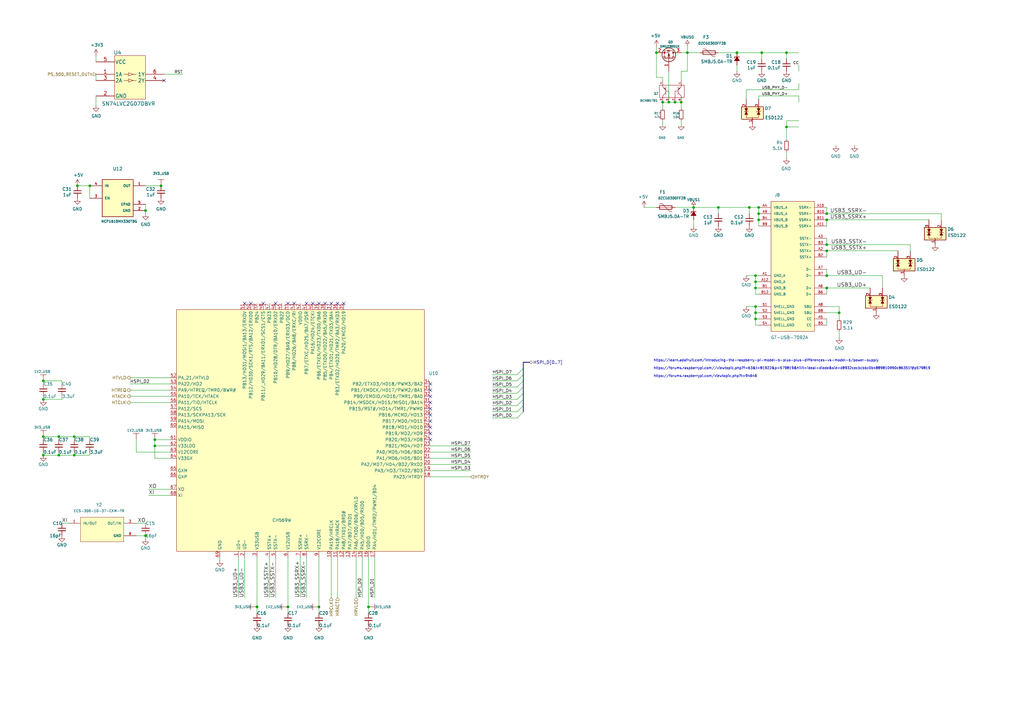
<source format=kicad_sch>
(kicad_sch (version 20231120) (generator "eeschema") (generator_version "8.0")
  (paper "A3")
  (junction (at 17.78 179.07))
  (junction (at 344.17 128.27))
  (junction (at 307.34 85.09))
  (junction (at 151.13 248.92))
  (junction (at 24.13 179.07))
  (junction (at 17.78 163.83))
  (junction (at 322.58 52.07))
  (junction (at 59.69 219.71))
  (junction (at 36.83 76.2))
  (junction (at 322.58 21.59))
  (junction (at 118.11 248.92))
  (junction (at 339.09 102.87))
  (junction (at 311.15 87.63))
  (junction (at 281.94 21.59))
  (junction (at 17.78 156.21))
  (junction (at 31.75 76.2))
  (junction (at 17.78 186.69))
  (junction (at 312.42 21.59))
  (junction (at 30.48 186.69))
  (junction (at 63.5 182.88))
  (junction (at 309.88 115.57))
  (junction (at 279.4 41.91))
  (junction (at 311.15 90.17))
  (junction (at 339.09 118.11))
  (junction (at 63.5 180.34))
  (junction (at 339.09 90.17))
  (junction (at 105.41 248.92))
  (junction (at 339.09 87.63))
  (junction (at 302.26 21.59))
  (junction (at 309.88 125.73))
  (junction (at 59.69 86.36))
  (junction (at 284.48 85.09))
  (junction (at 276.86 41.91))
  (junction (at 130.81 248.92))
  (junction (at 339.09 113.03))
  (junction (at 66.04 76.2))
  (junction (at 309.88 130.81))
  (junction (at 269.24 21.59))
  (junction (at 311.15 85.09))
  (junction (at 30.48 179.07))
  (junction (at 294.64 85.09))
  (junction (at 309.88 113.03))
  (junction (at 339.09 100.33))
  (junction (at 274.32 41.91))
  (junction (at 271.78 41.91))
  (junction (at 309.88 128.27))
  (junction (at 24.13 186.69))
  (junction (at 309.88 118.11))
  (no_connect (at 176.53 177.8))
  (no_connect (at 102.87 124.46))
  (no_connect (at 176.53 170.18))
  (no_connect (at 133.35 124.46))
  (no_connect (at 138.43 124.46))
  (no_connect (at 176.53 162.56))
  (no_connect (at 100.33 124.46))
  (no_connect (at 176.53 160.02))
  (no_connect (at 118.11 124.46))
  (no_connect (at 135.89 124.46))
  (no_connect (at 176.53 175.26))
  (no_connect (at 128.27 124.46))
  (no_connect (at 176.53 165.1))
  (no_connect (at 107.95 124.46))
  (no_connect (at 113.03 124.46))
  (no_connect (at 140.97 124.46))
  (no_connect (at 176.53 172.72))
  (no_connect (at 176.53 180.34))
  (no_connect (at 176.53 157.48))
  (no_connect (at 120.65 124.46))
  (no_connect (at 125.73 124.46))
  (no_connect (at 176.53 167.64))
  (no_connect (at 67.31 33.02))
  (no_connect (at 130.81 124.46))
  (bus_entry (at 212.09 163.83) (size 2.54 -2.54))
  (bus_entry (at 212.09 158.75) (size 2.54 -2.54))
  (bus_entry (at 212.09 153.67) (size 2.54 -2.54))
  (bus_entry (at 212.09 171.45) (size 2.54 -2.54))
  (bus_entry (at 212.09 156.21) (size 2.54 -2.54))
  (bus_entry (at 212.09 161.29) (size 2.54 -2.54))
  (bus_entry (at 212.09 168.91) (size 2.54 -2.54))
  (bus_entry (at 212.09 166.37) (size 2.54 -2.54))
  (bus (pts (xy 214.63 158.75) (xy 214.63 161.29)))
  (wire (pts (xy 276.86 41.91) (xy 279.4 41.91)))
  (wire (pts (xy 125.73 228.6) (xy 125.73 245.11)))
  (wire (pts (xy 339.09 85.09) (xy 339.09 87.63)))
  (wire (pts (xy 339.09 100.33) (xy 373.38 100.33)))
  (wire (pts (xy 312.42 21.59) (xy 312.42 24.13)))
  (wire (pts (xy 151.13 248.92) (xy 151.13 251.46)))
  (wire (pts (xy 17.78 186.69) (xy 24.13 186.69)))
  (wire (pts (xy 269.24 31.75) (xy 269.24 21.59)))
  (wire (pts (xy 309.88 120.65) (xy 311.15 120.65)))
  (wire (pts (xy 113.03 228.6) (xy 113.03 245.11)))
  (wire (pts (xy 130.81 228.6) (xy 130.81 248.92)))
  (wire (pts (xy 284.48 92.71) (xy 284.48 90.17)))
  (wire (pts (xy 30.48 179.07) (xy 30.48 180.34)))
  (wire (pts (xy 39.37 39.37) (xy 39.37 43.18)))
  (wire (pts (xy 311.15 87.63) (xy 311.15 85.09)))
  (wire (pts (xy 176.53 185.42) (xy 193.04 185.42)))
  (wire (pts (xy 309.88 115.57) (xy 311.15 115.57)))
  (wire (pts (xy 30.48 185.42) (xy 30.48 186.69)))
  (wire (pts (xy 279.4 29.21) (xy 279.4 33.02)))
  (wire (pts (xy 24.13 186.69) (xy 30.48 186.69)))
  (wire (pts (xy 306.07 113.03) (xy 309.88 113.03)))
  (bus (pts (xy 214.63 161.29) (xy 214.63 163.83)))
  (wire (pts (xy 69.85 165.1) (xy 53.34 165.1)))
  (wire (pts (xy 322.58 24.13) (xy 322.58 21.59)))
  (wire (pts (xy 24.13 179.07) (xy 24.13 180.34)))
  (wire (pts (xy 306.07 36.83) (xy 306.07 40.64)))
  (wire (pts (xy 309.88 130.81) (xy 311.15 130.81)))
  (wire (pts (xy 176.53 182.88) (xy 193.04 182.88)))
  (wire (pts (xy 69.85 157.48) (xy 53.34 157.48)))
  (wire (pts (xy 138.43 228.6) (xy 138.43 245.11)))
  (wire (pts (xy 294.64 85.09) (xy 294.64 87.63)))
  (wire (pts (xy 276.86 85.09) (xy 284.48 85.09)))
  (wire (pts (xy 327.66 26.67) (xy 327.66 29.21)))
  (wire (pts (xy 59.69 83.82) (xy 59.69 86.36)))
  (wire (pts (xy 344.17 130.81) (xy 344.17 128.27)))
  (wire (pts (xy 69.85 154.94) (xy 53.34 154.94)))
  (wire (pts (xy 344.17 125.73) (xy 339.09 125.73)))
  (wire (pts (xy 309.88 125.73) (xy 311.15 125.73)))
  (wire (pts (xy 63.5 187.96) (xy 63.5 182.88)))
  (wire (pts (xy 212.09 158.75) (xy 201.93 158.75)))
  (wire (pts (xy 322.58 21.59) (xy 312.42 21.59)))
  (wire (pts (xy 309.88 128.27) (xy 309.88 130.81)))
  (wire (pts (xy 176.53 190.5) (xy 193.04 190.5)))
  (wire (pts (xy 281.94 21.59) (xy 279.4 21.59)))
  (bus (pts (xy 214.63 151.13) (xy 214.63 153.67)))
  (wire (pts (xy 274.32 41.91) (xy 276.86 41.91)))
  (wire (pts (xy 306.07 36.83) (xy 327.66 36.83)))
  (wire (pts (xy 17.78 163.83) (xy 17.78 162.56)))
  (wire (pts (xy 281.94 29.21) (xy 279.4 29.21)))
  (wire (pts (xy 322.58 49.53) (xy 327.66 49.53)))
  (wire (pts (xy 55.88 185.42) (xy 55.88 180.34)))
  (bus (pts (xy 214.63 148.59) (xy 214.63 151.13)))
  (wire (pts (xy 307.34 85.09) (xy 294.64 85.09)))
  (wire (pts (xy 74.93 30.48) (xy 67.31 30.48)))
  (wire (pts (xy 312.42 21.59) (xy 302.26 21.59)))
  (wire (pts (xy 322.58 57.15) (xy 322.58 52.07)))
  (wire (pts (xy 60.96 203.2) (xy 69.85 203.2)))
  (wire (pts (xy 344.17 135.89) (xy 344.17 138.43)))
  (wire (pts (xy 176.53 187.96) (xy 193.04 187.96)))
  (wire (pts (xy 339.09 102.87) (xy 368.3 102.87)))
  (wire (pts (xy 130.81 248.92) (xy 130.81 251.46)))
  (wire (pts (xy 279.4 41.91) (xy 279.4 44.45)))
  (wire (pts (xy 309.88 125.73) (xy 309.88 128.27)))
  (wire (pts (xy 327.66 52.07) (xy 322.58 52.07)))
  (wire (pts (xy 17.78 179.07) (xy 17.78 180.34)))
  (wire (pts (xy 212.09 153.67) (xy 201.93 153.67)))
  (wire (pts (xy 25.4 214.63) (xy 27.94 214.63)))
  (wire (pts (xy 281.94 19.05) (xy 281.94 21.59)))
  (wire (pts (xy 110.49 228.6) (xy 110.49 245.11)))
  (wire (pts (xy 212.09 168.91) (xy 201.93 168.91)))
  (wire (pts (xy 25.4 163.83) (xy 25.4 162.56)))
  (wire (pts (xy 327.66 39.37) (xy 327.66 41.91)))
  (wire (pts (xy 339.09 113.03) (xy 361.95 113.03)))
  (wire (pts (xy 327.66 21.59) (xy 322.58 21.59)))
  (wire (pts (xy 100.33 228.6) (xy 100.33 245.11)))
  (wire (pts (xy 309.88 118.11) (xy 309.88 120.65)))
  (wire (pts (xy 269.24 85.09) (xy 264.16 85.09)))
  (wire (pts (xy 90.17 229.87) (xy 90.17 228.6)))
  (wire (pts (xy 148.59 228.6) (xy 148.59 245.11)))
  (wire (pts (xy 339.09 90.17) (xy 339.09 92.71)))
  (wire (pts (xy 212.09 166.37) (xy 201.93 166.37)))
  (wire (pts (xy 339.09 128.27) (xy 344.17 128.27)))
  (wire (pts (xy 60.96 200.66) (xy 69.85 200.66)))
  (wire (pts (xy 31.75 76.2) (xy 36.83 76.2)))
  (wire (pts (xy 361.95 118.11) (xy 361.95 113.03)))
  (wire (pts (xy 309.88 128.27) (xy 311.15 128.27)))
  (wire (pts (xy 36.83 180.34) (xy 36.83 179.07)))
  (bus (pts (xy 214.63 166.37) (xy 214.63 168.91)))
  (wire (pts (xy 59.69 220.98) (xy 59.69 219.71)))
  (wire (pts (xy 135.89 228.6) (xy 135.89 245.11)))
  (wire (pts (xy 66.04 76.2) (xy 59.69 76.2)))
  (wire (pts (xy 25.4 156.21) (xy 17.78 156.21)))
  (wire (pts (xy 153.67 228.6) (xy 153.67 245.11)))
  (wire (pts (xy 311.15 39.37) (xy 327.66 39.37)))
  (wire (pts (xy 294.64 21.59) (xy 302.26 21.59)))
  (wire (pts (xy 322.58 52.07) (xy 322.58 49.53)))
  (bus (pts (xy 217.17 148.59) (xy 214.63 148.59)))
  (wire (pts (xy 373.38 100.33) (xy 373.38 102.87)))
  (wire (pts (xy 307.34 85.09) (xy 311.15 85.09)))
  (wire (pts (xy 339.09 102.87) (xy 339.09 105.41)))
  (wire (pts (xy 17.78 163.83) (xy 25.4 163.83)))
  (wire (pts (xy 307.34 87.63) (xy 307.34 85.09)))
  (wire (pts (xy 63.5 180.34) (xy 69.85 180.34)))
  (wire (pts (xy 339.09 97.79) (xy 339.09 100.33)))
  (wire (pts (xy 24.13 185.42) (xy 24.13 186.69)))
  (wire (pts (xy 274.32 29.21) (xy 274.32 41.91)))
  (wire (pts (xy 30.48 186.69) (xy 36.83 186.69)))
  (wire (pts (xy 25.4 157.48) (xy 25.4 156.21)))
  (wire (pts (xy 55.88 219.71) (xy 59.69 219.71)))
  (bus (pts (xy 214.63 153.67) (xy 214.63 156.21)))
  (wire (pts (xy 176.53 193.04) (xy 193.04 193.04)))
  (wire (pts (xy 311.15 39.37) (xy 311.15 40.64)))
  (wire (pts (xy 271.78 49.53) (xy 271.78 52.07)))
  (wire (pts (xy 118.11 248.92) (xy 118.11 251.46)))
  (wire (pts (xy 271.78 31.75) (xy 271.78 33.02)))
  (wire (pts (xy 339.09 118.11) (xy 356.87 118.11)))
  (wire (pts (xy 39.37 22.86) (xy 39.37 25.4)))
  (wire (pts (xy 69.85 187.96) (xy 63.5 187.96)))
  (wire (pts (xy 176.53 195.58) (xy 193.04 195.58)))
  (wire (pts (xy 97.79 228.6) (xy 97.79 245.11)))
  (wire (pts (xy 36.83 186.69) (xy 36.83 185.42)))
  (wire (pts (xy 17.78 156.21) (xy 17.78 157.48)))
  (wire (pts (xy 274.32 41.91) (xy 271.78 41.91)))
  (wire (pts (xy 123.19 228.6) (xy 123.19 245.11)))
  (wire (pts (xy 281.94 21.59) (xy 281.94 29.21)))
  (wire (pts (xy 309.88 113.03) (xy 309.88 115.57)))
  (wire (pts (xy 59.69 86.36) (xy 59.69 87.63)))
  (wire (pts (xy 30.48 179.07) (xy 36.83 179.07)))
  (wire (pts (xy 309.88 118.11) (xy 311.15 118.11)))
  (wire (pts (xy 39.37 30.48) (xy 39.37 33.02)))
  (wire (pts (xy 146.05 228.6) (xy 146.05 245.11)))
  (bus (pts (xy 214.63 163.83) (xy 214.63 166.37)))
  (wire (pts (xy 55.88 214.63) (xy 59.69 214.63)))
  (bus (pts (xy 214.63 156.21) (xy 214.63 158.75)))
  (wire (pts (xy 309.88 115.57) (xy 309.88 118.11)))
  (wire (pts (xy 386.08 87.63) (xy 386.08 90.17)))
  (wire (pts (xy 212.09 156.21) (xy 201.93 156.21)))
  (wire (pts (xy 302.26 29.21) (xy 302.26 26.67)))
  (wire (pts (xy 287.02 21.59) (xy 281.94 21.59)))
  (wire (pts (xy 339.09 118.11) (xy 339.09 120.65)))
  (wire (pts (xy 339.09 87.63) (xy 386.08 87.63)))
  (wire (pts (xy 271.78 41.91) (xy 271.78 44.45)))
  (wire (pts (xy 69.85 160.02) (xy 53.34 160.02)))
  (wire (pts (xy 311.15 92.71) (xy 311.15 90.17)))
  (wire (pts (xy 17.78 179.07) (xy 24.13 179.07)))
  (wire (pts (xy 24.13 179.07) (xy 30.48 179.07)))
  (wire (pts (xy 306.07 125.73) (xy 309.88 125.73)))
  (wire (pts (xy 269.24 19.05) (xy 269.24 21.59)))
  (wire (pts (xy 212.09 163.83) (xy 201.93 163.83)))
  (wire (pts (xy 339.09 110.49) (xy 339.09 113.03)))
  (wire (pts (xy 212.09 161.29) (xy 201.93 161.29)))
  (wire (pts (xy 327.66 34.29) (xy 327.66 36.83)))
  (wire (pts (xy 309.88 130.81) (xy 309.88 133.35)))
  (wire (pts (xy 339.09 130.81) (xy 339.09 133.35)))
  (wire (pts (xy 69.85 185.42) (xy 55.88 185.42)))
  (wire (pts (xy 212.09 171.45) (xy 201.93 171.45)))
  (wire (pts (xy 344.17 128.27) (xy 344.17 125.73)))
  (wire (pts (xy 309.88 113.03) (xy 311.15 113.03)))
  (wire (pts (xy 105.41 248.92) (xy 105.41 251.46)))
  (wire (pts (xy 271.78 31.75) (xy 269.24 31.75)))
  (wire (pts (xy 69.85 162.56) (xy 53.34 162.56)))
  (wire (pts (xy 36.83 76.2) (xy 36.83 81.28)))
  (wire (pts (xy 311.15 90.17) (xy 311.15 87.63)))
  (wire (pts (xy 339.09 90.17) (xy 381 90.17)))
  (wire (pts (xy 322.58 62.23) (xy 322.58 64.77)))
  (wire (pts (xy 105.41 228.6) (xy 105.41 248.92)))
  (wire (pts (xy 309.88 133.35) (xy 311.15 133.35)))
  (wire (pts (xy 63.5 182.88) (xy 63.5 180.34)))
  (wire (pts (xy 118.11 228.6) (xy 118.11 248.92)))
  (wire (pts (xy 69.85 182.88) (xy 63.5 182.88)))
  (wire (pts (xy 294.64 85.09) (xy 284.48 85.09)))
  (wire (pts (xy 17.78 185.42) (xy 17.78 186.69)))
  (wire (pts (xy 279.4 49.53) (xy 279.4 52.07)))
  (wire (pts (xy 151.13 228.6) (xy 151.13 248.92)))
  (text "https://learn.adafruit.com/introducing-the-raspberry-pi-model-b-plus-plus-differences-vs-model-b/power-supply\n\nhttps://forums.raspberrypi.com//viewtopic.php?f=63&t=81922&p=579819&hilit=ideal+diode&sid=d8932cecbcbbc0b4889810990c86351f#p579819\n\nhttps://forums.raspberrypi.com/viewtopic.php?t=94646" (at 267.97 154.94 0) (effects (font (size 1 1)) (justify left bottom)))
  (label "HSPI_D1" (at 153.67 245.11 90))
  (label "USB3_UD-" (at 100.33 245.11 90) (effects (font (size 1.524 1.524))))
  (label "HSPI_D2" (at 201.93 166.37 0))
  (label "XO" (at 59.69 214.63 180) (effects (font (size 1.524 1.524))))
  (label "USB3_UD+" (at 355.6 118.11 180) (effects (font (size 1.524 1.524))))
  (label "XO" (at 60.96 200.66 0) (effects (font (size 1.524 1.524))))
  (label "HSPI_D0" (at 201.93 171.45 0))
  (label "HSPI_D0" (at 148.59 245.11 90))
  (label "HSPI_D3" (at 193.04 193.04 180))
  (label "HSPI_D4" (at 201.93 161.29 0))
  (label "HSPI_D6" (at 193.04 185.42 180))
  (label "XI" (at 25.4 214.63 0) (effects (font (size 1.524 1.524))))
  (label "USB_PHY_D-" (at 312.42 36.83 0) (effects (font (size 1.0922 1.0922))))
  (label "HSPI_D7" (at 201.93 153.67 0))
  (label "USB3_SSRX+" (at 123.19 245.11 90) (effects (font (size 1.524 1.524))))
  (label "HSPI_D6" (at 201.93 156.21 0))
  (label "USB3_SSRX-" (at 355.6 87.63 180) (effects (font (size 1.524 1.524))))
  (label "HSPI_D5" (at 193.04 187.96 180))
  (label "HSPI_D7" (at 193.04 182.88 180))
  (label "USB3_SSTX-" (at 355.6 100.33 180) (effects (font (size 1.524 1.524))))
  (label "XI" (at 60.96 203.2 0) (effects (font (size 1.524 1.524))))
  (label "CC" (at 327.66 26.67 180) (effects (font (size 1.0922 1.0922))))
  (label "HSPI_D1" (at 201.93 168.91 0))
  (label "HSPI_D5" (at 201.93 158.75 0))
  (label "USB3_SSTX-" (at 113.03 245.11 90) (effects (font (size 1.524 1.524))))
  (label "RST" (at 74.93 30.48 180) (effects (font (size 1.1938 1.1938))))
  (label "HSPI_D4" (at 193.04 190.5 180))
  (label "USB3_SSRX-" (at 125.73 245.11 90) (effects (font (size 1.524 1.524))))
  (label "USB_PHY_D+" (at 312.42 39.37 0) (effects (font (size 1.0922 1.0922))))
  (label "HSPI_D2" (at 53.34 157.48 0))
  (label "USB3_UD+" (at 97.79 245.11 90) (effects (font (size 1.524 1.524))))
  (label "USB3_SSRX+" (at 355.6 90.17 180) (effects (font (size 1.524 1.524))))
  (label "HSPI_D3" (at 201.93 163.83 0))
  (label "USB3_SSTX+" (at 355.6 102.87 180) (effects (font (size 1.524 1.524))))
  (label "USB3_SSTX+" (at 110.49 245.11 90) (effects (font (size 1.524 1.524))))
  (label "USB3_UD-" (at 355.6 113.03 180) (effects (font (size 1.524 1.524))))
  (hierarchical_label "PS_500_RESET_OUTn" (shape input) (at 39.37 30.48 180) (effects (font (size 1.1938 1.1938))))
  (hierarchical_label "HRCLK" (shape input) (at 135.89 245.11 270))
  (hierarchical_label "HTVLD" (shape output) (at 53.34 154.94 180))
  (hierarchical_label "HTREQ" (shape output) (at 53.34 160.02 180))
  (hierarchical_label "HRVLD" (shape input) (at 146.05 245.11 270))
  (hierarchical_label "HTRDY" (shape input) (at 193.04 195.58 0))
  (hierarchical_label "HTCLK" (shape output) (at 53.34 165.1 180))
  (hierarchical_label "HRACT" (shape input) (at 138.43 245.11 270))
  (hierarchical_label "HSPI_D[0..7]" (shape bidirectional) (at 217.17 148.59 0))
  (hierarchical_label "HTACK" (shape output) (at 53.34 162.56 180))
  (symbol (lib_id "power:GND") (at 342.9 59.69 0) (mirror y) (unit 1)
    (property "Reference" "#PWR01" (effects (hide yes)))
    (property "Value" "GND" (at 342.773 64.0842 0))
  )
  (symbol (lib_id "Device:R_Small") (at 322.58 59.69 0) (mirror y) (unit 1)
    (property "Reference" "R4" (at 321.0814 58.5216 0) (effects (justify left)))
    (property "Value" "5.1k" (at 321.0814 60.833 0) (effects (justify left)))
    (property "Footprint" "smd:R_0201_0603Metric" (effects (hide yes)))
    (property "Datasheet" "https://api.pim.na.industrial.panasonic.com/file_stream/main/fileversion/1242" (effects (hide yes)))
    (property "Manufacturer_Part_Number" "ERJ-1GNJ512C" (effects (hide yes)))
  )
  (symbol (lib_id "power:GND") (at 322.58 64.77 0) (mirror y) (unit 1)
    (property "Reference" "#PWR0137" (effects (hide yes)))
    (property "Value" "GND" (at 322.453 69.1642 0))
  )
  (symbol (lib_id "Device:C_Small") (at 322.58 26.67 0) (mirror y) (unit 1)
    (property "Reference" "C18" (at 320.2432 25.5016 0) (effects (justify left)))
    (property "Value" "0.1uF" (at 320.2432 27.813 0) (effects (justify left)))
    (property "Footprint" "smd:C_0201_0603Metric" (effects (hide yes)))
    (property "Datasheet" "https://mm.digikey.com/Volume0/opasdata/d220001/medias/docus/41/CL03A104KQ3NNNC_SS.pdf" (effects (hide yes)))
    (property "Manufacturer_Part_Number" "CL03A104KQ3NNNC" (effects (hide yes)))
    (property "MfrRef" "CL05A104KA5NNNC " (effects (hide yes)))
  )
  (symbol (lib_id "Device:C_Small") (at 312.42 26.67 0) (mirror y) (unit 1)
    (property "Reference" "C19" (at 310.0832 25.5016 0) (effects (justify left)))
    (property "Value" "1uF" (at 310.0832 27.813 0) (effects (justify left)))
    (property "Footprint" "smd:C_0402_1005Metric" (effects (hide yes)))
    (property "Datasheet" "https://datasheets.kyocera-avx.com/cx5r.pdf" (effects (hide yes)))
    (property "Manufacturer_Part_Number" "KGM05AR51A105KH" (effects (hide yes)))
    (property "MfrRef" "CL05A104KA5NNNC " (effects (hide yes)))
  )
  (symbol (lib_id "power:GND") (at 322.58 29.21 0) (mirror y) (unit 1)
    (property "Reference" "#PWR0142" (effects (hide yes)))
    (property "Value" "GND" (at 322.58 33.02 0))
  )
  (symbol (lib_id "power:GND") (at 312.42 29.21 0) (mirror y) (unit 1)
    (property "Reference" "#PWR0143" (effects (hide yes)))
    (property "Value" "GND" (at 312.42 33.02 0))
  )
  (symbol (lib_id "Device:D_Zener_Small_Filled") (at 302.26 24.13 90) (mirror x) (unit 1)
    (property "Reference" "D1" (at 300.482 22.9616 90) (effects (justify left)))
    (property "Value" "SMBJ5.0A-TR" (at 300.482 25.273 90) (effects (justify left)))
    (property "Footprint" "Diode_SMD:D_SMB" (effects (hide yes)))
    (property "Datasheet" "https://www.st.com/content/ccc/resource/technical/document/datasheet/19/78/91/39/07/cd/40/65/CD00001366.pdf/files/CD00001366.pdf/_jcr_content/translations/en.CD00001366.pdf" (effects (hide yes)))
    (property "Manufacturer_Part_Number" " SMBJ5.0A-TR" (effects (hide yes)))
  )
  (symbol (lib_id "power:GND") (at 302.26 29.21 0) (mirror y) (unit 1)
    (property "Reference" "#PWR0123" (effects (hide yes)))
    (property "Value" "GND" (at 302.26 33.02 0))
  )
  (symbol (lib_id "SN74LVC2G07:SN74LVC2G07DBVR") (at 39.37 30.48 0) (unit 1)
    (property "Reference" "U4" (at 48.26 21.59 0) (effects (font (size 1.524 1.524))))
    (property "Value" "SN74LVC2G07DBVR" (at 52.705 42.545 0) (effects (font (size 1.524 1.524))))
    (property "Footprint" "Package_TO_SOT_SMD:SOT-23-6" (effects (hide yes)))
    (property "Datasheet" "https://www.ti.com/lit/ds/sces308l/sces308l.pdf" (effects (hide yes)))
    (property "Manufacturer_Part_Number" "SN74LVC2G07DBVR" (effects (hide yes)))
    (property "MfrRef" "SN74LVC2G07DBVR" (effects (hide yes)))
  )
  (symbol (lib_id "power:GND") (at 39.37 43.18 0) (unit 1)
    (property "Reference" "#PWR0187" (effects (hide yes)))
    (property "Value" "GND" (at 39.497 47.5742 0))
  )
  (symbol (lib_id "Device:C_Small") (at 30.48 182.88 0) (unit 1)
    (property "Reference" "C38" (at 30.48 180.34 0) (effects (justify left)))
    (property "Value" "0.1uF" (at 30.48 185.42 0) (effects (justify left)))
    (property "Footprint" "smd:C_0201_0603Metric" (effects (hide yes)))
    (property "Datasheet" "https://mm.digikey.com/Volume0/opasdata/d220001/medias/docus/41/CL03A104KQ3NNNC_SS.pdf" (effects (hide yes)))
    (property "Manufacturer_Part_Number" "CL03A104KQ3NNNC" (effects (hide yes)))
    (property "MfrRef" "CL05A104KA5NNNC " (effects (hide yes)))
  )
  (symbol (lib_id "power:GND") (at 59.69 87.63 0) (unit 1)
    (property "Reference" "#PWR077" (effects (hide yes)))
    (property "Value" "GND" (at 59.69 92.075 0))
    (property "Description" "Power symbol creates a global label with name \"GND\" , ground" (effects (hide yes)))
  )
  (symbol (lib_id "CH56x:CH569W") (at 125.73 177.8 0) (unit 1)
    (property "Reference" "U10" (at 177.8 153.0918 0))
    (property "Value" "CH569W" (at 115.57 213.36 0))
    (property "Footprint" "smd:QFN-68_EP_8x8_Pitch0.4mm" (effects (hide yes)))
    (property "Datasheet" "https://www.wch-ic.com/downloads/CH569DS1_PDF.html" (effects (hide yes)))
    (property "Manufacturer_Part_Number" "CH569W" (effects (hide yes)))
    (instances (project "controller" (path "" (reference "U10") (unit 1))) (project "t20_controller" (path "" (reference "U12") (unit 1))))
  )
  (symbol (lib_id "power:GND") (at 359.41 128.27 0) (unit 1)
    (property "Reference" "#PWR061" (effects (hide yes)))
    (property "Value" "GND" (effects (hide yes)))
    (property "Description" "Power symbol creates a global label with name \"GND\" , ground" (effects (hide yes)))
  )
  (symbol (lib_id "power:+5V") (at 269.24 19.05 0) (mirror y) (unit 1)
    (property "Reference" "#PWR044" (effects (hide yes)))
    (property "Value" "+5V" (at 268.859 14.6558 0))
  )
  (symbol (lib_id "power:GND") (at 383.54 100.33 0) (unit 1)
    (property "Reference" "#PWR064" (effects (hide yes)))
    (property "Value" "GND" (effects (hide yes)))
    (property "Description" "Power symbol creates a global label with name \"GND\" , ground" (effects (hide yes)))
  )
  (symbol (lib_id "power_symbols:1V2_USB") (at 118.11 248.92 90) (unit 1)
    (property "Reference" "#PWR082" (effects (hide yes)))
    (property "Value" "1V2_USB" (at 115.57 248.92 90) (effects (font (size 1 1)) (justify left)))
    (property "Description" "Power symbol creates a global label with name \"1V2_USB\"" (effects (hide yes)))
  )
  (symbol (lib_id "power:GND") (at 306.07 113.03 0) (unit 1)
    (property "Reference" "#PWR052" (effects (hide yes)))
    (property "Value" "GND" (at 306.07 116.84 0))
  )
  (symbol (lib_id "power:GND") (at 151.13 256.54 0) (unit 1)
    (property "Reference" "#PWR058" (effects (hide yes)))
    (property "Value" "GND" (at 151.13 261.62 0))
    (property "Description" "Power symbol creates a global label with name \"GND\" , ground" (effects (hide yes)))
  )
  (symbol (lib_id "ESD122:ESD122DMYR") (at 370.84 107.95 0) (unit 1)
    (property "Reference" "D5" (at 377.19 106.68 0))
    (property "Value" "ESD122" (at 379.73 110.49 0))
    (property "Footprint" "smd:DMX0003A" (effects (hide yes)))
    (property "Datasheet" "http://www.ti.com/lit/ds/symlink/esd122.pdf" (effects (hide yes)))
    (property "Description" "2-Channel ESD Protection Diode for USB Type-C and HDMI 2.0" (effects (hide yes)))
    (property "Manufacturer_Name" "Texas Instruments" (effects (hide yes)))
    (property "Manufacturer_Part_Number" "ESD122DMYR" (effects (hide yes)))
  )
  (symbol (lib_id "power:GND") (at 294.64 92.71 0) (mirror y) (unit 1)
    (property "Reference" "#PWR041" (effects (hide yes)))
    (property "Value" "GND" (at 294.64 96.52 0))
  )
  (symbol (lib_id "Device:C_Small") (at 17.78 182.88 0) (unit 1)
    (property "Reference" "C36" (at 17.78 180.34 0) (effects (justify left)))
    (property "Value" "0.1uF" (at 17.78 185.42 0) (effects (justify left)))
    (property "Footprint" "smd:C_0201_0603Metric" (effects (hide yes)))
    (property "Datasheet" "https://mm.digikey.com/Volume0/opasdata/d220001/medias/docus/41/CL03A104KQ3NNNC_SS.pdf" (effects (hide yes)))
    (property "Manufacturer_Part_Number" "CL03A104KQ3NNNC" (effects (hide yes)))
    (property "MfrRef" "CL05A104KA5NNNC " (effects (hide yes)))
  )
  (symbol (lib_id "Device:Polyfuse") (at 290.83 21.59 90) (mirror x) (unit 1)
    (property "Reference" "F3" (at 289.56 15.24 90))
    (property "Value" "0ZCG0300FF2B" (at 292.1 17.78 90) (effects (font (size 0.9906 0.9906))))
    (property "Footprint" "smd:0ZCG0300FF2B" (effects (hide yes)))
    (property "Datasheet" "https://www.belfuse.com/resources/datasheets/circuitprotection/ds-cp-0zcg-series.pdf" (effects (hide yes)))
    (property "Manufacturer_Part_Number" "0ZCG0300FF2B" (effects (hide yes)))
  )
  (symbol (lib_id "Device:C_Small") (at 105.41 254 0) (unit 1)
    (property "Reference" "C16" (at 105.41 251.46 0) (effects (justify left)))
    (property "Value" "0.1uF" (at 105.41 256.54 0) (effects (justify left)))
    (property "Footprint" "smd:C_0201_0603Metric" (effects (hide yes)))
    (property "Datasheet" "https://mm.digikey.com/Volume0/opasdata/d220001/medias/docus/41/CL03A104KQ3NNNC_SS.pdf" (effects (hide yes)))
    (property "Manufacturer_Part_Number" "CL03A104KQ3NNNC" (effects (hide yes)))
    (property "MfrRef" "CL05A104KA5NNNC " (effects (hide yes)))
  )
  (symbol (lib_id "power:GND") (at 308.61 50.8 0) (unit 1)
    (property "Reference" "#PWR065" (effects (hide yes)))
    (property "Value" "GND" (effects (hide yes)))
    (property "Description" "Power symbol creates a global label with name \"GND\" , ground" (effects (hide yes)))
  )
  (symbol (lib_id "matrix_rpi-rescue:BCM_T-bcm_t-matrix_rpi-rescue") (at 275.59 38.1 0) (mirror y) (unit 1)
    (property "Reference" "Q2" (at 269.113 38.354 0) (effects (font (size 0.889 0.889))))
    (property "Value" "BCM857BS" (at 266.065 41.275 0) (effects (font (size 0.889 0.889))))
    (property "Footprint" "Package_TO_SOT_SMD:SOT-363_SC-70-6" (effects (hide yes)))
    (property "Datasheet" "https://www.diodes.com/assets/Datasheets/BCM857BS.pdf" (effects (hide yes)))
    (property "Manufacturer_Part_Number" "BCM857BS-7-F" (effects (hide yes)))
  )
  (symbol (lib_id "power:GND") (at 350.52 59.69 0) (mirror y) (unit 1)
    (property "Reference" "#PWR022" (effects (hide yes)))
    (property "Value" "GND" (at 350.393 64.0842 0))
  )
  (symbol (lib_id "power:GND") (at 306.07 125.73 0) (unit 1)
    (property "Reference" "#PWR053" (effects (hide yes)))
    (property "Value" "GND" (at 306.07 129.54 0))
  )
  (symbol (lib_id "matrix_rpi-rescue:GND-crystal4p-matrix_rpi-rescue") (at 271.78 52.07 0) (mirror y) (unit 1)
    (property "Reference" "#PWR082" (effects (hide yes)))
    (property "Value" "GND" (at 271.5768 56.4896 0) (effects (font (size 0.889 0.889))))
    (instances (project "matrix_rpi" (path "" (reference "#PWR082") (unit 1))) (project "controller" (path "" (reference "#PWR034") (unit 1))))
  )
  (symbol (lib_id "Device:C_Small") (at 66.04 78.74 0) (mirror y) (unit 1)
    (property "Reference" "C32" (at 63.7032 77.5716 0) (effects (justify left)))
    (property "Value" "1uF" (at 63.7032 79.883 0) (effects (justify left)))
    (property "Footprint" "smd:C_0402_1005Metric" (effects (hide yes)))
    (property "Datasheet" "https://datasheets.kyocera-avx.com/cx5r.pdf" (effects (hide yes)))
    (property "Manufacturer_Part_Number" "KGM05AR51A105KH" (effects (hide yes)))
    (property "MfrRef" "CL05A104KA5NNNC " (effects (hide yes)))
  )
  (symbol (lib_id "Device:C_Small") (at 307.34 90.17 0) (mirror y) (unit 1)
    (property "Reference" "C12" (at 305.0032 89.0016 0) (effects (justify left)))
    (property "Value" "0.1uF" (at 305.0032 91.313 0) (effects (justify left)))
    (property "Footprint" "smd:C_0201_0603Metric" (effects (hide yes)))
    (property "Datasheet" "https://mm.digikey.com/Volume0/opasdata/d220001/medias/docus/41/CL03A104KQ3NNNC_SS.pdf" (effects (hide yes)))
    (property "Manufacturer_Part_Number" "CL03A104KQ3NNNC" (effects (hide yes)))
    (property "MfrRef" "CL05A104KA5NNNC " (effects (hide yes)))
  )
  (symbol (lib_id "power_symbols:3V3_USB") (at 151.13 248.92 270) (unit 1)
    (property "Reference" "#PWR079" (effects (hide yes)))
    (property "Value" "3V3_USB" (at 153.67 248.92 90) (effects (font (size 1 1)) (justify left)))
    (property "Description" "Power symbol creates a global label with name \"VREF_RPI\"" (effects (hide yes)))
  )
  (symbol (lib_id "power:GND") (at 90.17 229.87 0) (unit 1)
    (property "Reference" "#PWR037" (effects (hide yes)))
    (property "Value" "GND" (at 90.17 233.68 0))
    (property "Description" "Power symbol creates a global label with name \"GND\" , ground" (effects (hide yes)))
    (instances (project "controller" (path "" (reference "#PWR037") (unit 1))) (project "t20_controller" (path "" (reference "#PWR065") (unit 1))))
  )
  (symbol (lib_id "Device:R_Small") (at 344.17 133.35 0) (unit 1)
    (property "Reference" "R29" (at 345.6686 132.1816 0) (effects (justify left)))
    (property "Value" "5.1k" (at 345.6686 134.493 0) (effects (justify left)))
    (property "Footprint" "smd:R_0201_0603Metric" (effects (hide yes)))
    (property "Datasheet" "https://api.pim.na.industrial.panasonic.com/file_stream/main/fileversion/1242" (effects (hide yes)))
    (property "Manufacturer_Part_Number" "ERJ-1GNJ512C" (effects (hide yes)))
  )
  (symbol (lib_id "matrix_rpi-rescue:GND-crystal4p-matrix_rpi-rescue") (at 279.4 52.07 0) (mirror y) (unit 1)
    (property "Reference" "#PWR081" (effects (hide yes)))
    (property "Value" "GND" (at 279.1968 56.4896 0) (effects (font (size 0.889 0.889))))
    (instances (project "matrix_rpi" (path "" (reference "#PWR081") (unit 1))) (project "controller" (path "" (reference "#PWR033") (unit 1))))
  )
  (symbol (lib_id "Device:D_Zener_Small_Filled") (at 284.48 87.63 90) (mirror x) (unit 1)
    (property "Reference" "D3" (at 282.702 86.4616 90) (effects (justify left)))
    (property "Value" "SMBJ5.0A-TR" (at 282.702 88.773 90) (effects (justify left)))
    (property "Footprint" "Diode_SMD:D_SMB" (effects (hide yes)))
    (property "Datasheet" "https://www.st.com/content/ccc/resource/technical/document/datasheet/19/78/91/39/07/cd/40/65/CD00001366.pdf/files/CD00001366.pdf/_jcr_content/translations/en.CD00001366.pdf" (effects (hide yes)))
    (property "Manufacturer_Part_Number" " SMBJ5.0A-TR" (effects (hide yes)))
  )
  (symbol (lib_id "matrix_rpi-rescue:R_Small-matrix_rpi-rescue-matrix_rpi-rescue") (at 271.78 46.99 0) (mirror y) (unit 1)
    (property "Reference" "R17" (at 271.018 46.482 0) (effects (font (size 0.889 0.889)) (justify left)))
    (property "Value" "47k" (at 271.018 48.006 0) (effects (font (size 0.889 0.889)) (justify left)))
    (property "Footprint" "smd:R_0201_0603Metric" (effects (hide yes)))
    (property "Datasheet" "https://industrial.panasonic.com/cdbs/www-data/pdf/RDA0000/AOA0000C304.pdf" (effects (hide yes)))
    (property "Manufacturer_Part_Number" "ERJ-1GNF4702C" (effects (hide yes)))
    (instances (project "matrix_rpi" (path "" (reference "R17") (unit 1))) (project "controller" (path "" (reference "R28") (unit 1))))
  )
  (symbol (lib_id "power:GND") (at 66.04 81.28 0) (unit 1)
    (property "Reference" "#PWR076" (effects (hide yes)))
    (property "Value" "GND" (at 66.04 85.725 0))
    (property "Description" "Power symbol creates a global label with name \"GND\" , ground" (effects (hide yes)))
  )
  (symbol (lib_id "power:GND") (at 25.4 219.71 0) (unit 1)
    (property "Reference" "#PWR054" (effects (hide yes)))
    (property "Value" "GND" (at 25.4 223.52 0))
    (property "Description" "Power symbol creates a global label with name \"GND\" , ground" (effects (hide yes)))
  )
  (symbol (lib_id "ESD122:ESD122DMYR") (at 308.61 45.72 0) (unit 1)
    (property "Reference" "D7" (at 314.96 44.45 0))
    (property "Value" "ESD122" (at 317.5 48.26 0))
    (property "Footprint" "smd:DMX0003A" (effects (hide yes)))
    (property "Datasheet" "http://www.ti.com/lit/ds/symlink/esd122.pdf" (effects (hide yes)))
    (property "Description" "2-Channel ESD Protection Diode for USB Type-C and HDMI 2.0" (effects (hide yes)))
    (property "Manufacturer_Name" "Texas Instruments" (effects (hide yes)))
    (property "Manufacturer_Part_Number" "ESD122DMYR" (effects (hide yes)))
  )
  (symbol (lib_id "power:GND") (at 307.34 92.71 0) (mirror y) (unit 1)
    (property "Reference" "#PWR040" (effects (hide yes)))
    (property "Value" "GND" (at 307.34 96.52 0))
  )
  (symbol (lib_id "ESD122:ESD122DMYR") (at 359.41 123.19 0) (unit 1)
    (property "Reference" "D4" (at 365.76 121.92 0))
    (property "Value" "ESD122" (at 368.3 125.73 0))
    (property "Footprint" "smd:DMX0003A" (effects (hide yes)))
    (property "Datasheet" "http://www.ti.com/lit/ds/symlink/esd122.pdf" (effects (hide yes)))
    (property "Description" "2-Channel ESD Protection Diode for USB Type-C and HDMI 2.0" (effects (hide yes)))
    (property "Manufacturer_Name" "Texas Instruments" (effects (hide yes)))
    (property "Manufacturer_Part_Number" "ESD122DMYR" (effects (hide yes)))
  )
  (symbol (lib_id "power:GND") (at 31.75 81.28 0) (unit 1)
    (property "Reference" "#PWR075" (effects (hide yes)))
    (property "Value" "GND" (at 31.75 85.725 0))
    (property "Description" "Power symbol creates a global label with name \"GND\" , ground" (effects (hide yes)))
  )
  (symbol (lib_id "power:GND") (at 130.81 256.54 0) (unit 1)
    (property "Reference" "#PWR057" (effects (hide yes)))
    (property "Value" "GND" (at 130.81 261.62 0))
    (property "Description" "Power symbol creates a global label with name \"GND\" , ground" (effects (hide yes)))
  )
  (symbol (lib_id "Device:C_Small") (at 17.78 160.02 0) (unit 1)
    (property "Reference" "C35" (at 17.78 157.48 0) (effects (justify left)))
    (property "Value" "0.1uF" (at 17.78 162.56 0) (effects (justify left)))
    (property "Footprint" "smd:C_0201_0603Metric" (effects (hide yes)))
    (property "Datasheet" "https://mm.digikey.com/Volume0/opasdata/d220001/medias/docus/41/CL03A104KQ3NNNC_SS.pdf" (effects (hide yes)))
    (property "Manufacturer_Part_Number" "CL03A104KQ3NNNC" (effects (hide yes)))
    (property "MfrRef" "CL05A104KA5NNNC " (effects (hide yes)))
  )
  (symbol (lib_id "power:+5V") (at 31.75 76.2 0) (unit 1)
    (property "Reference" "#PWR051" (effects (hide yes)))
    (property "Value" "+5V" (at 32.131 71.8058 0))
  )
  (symbol (lib_id "ECS-300-10-37-CKM-TR:ECS-300-10-37-CKM-TR") (at 40.64 217.17 0) (unit 1)
    (property "Reference" "Y2" (at 40.64 207.01 0))
    (property "Value" "ECS-300-10-37-CKM-TR" (at 40.64 209.55 0) (effects (font (size 1 1))))
    (property "Footprint" "smd:XTAL_ECS-300-10-37-CKM-TR" (effects (hide yes)))
    (property "Datasheet" "https://ecsxtal.com/store/pdf/ecx-1637.pdf" (effects (hide yes)))
    (property "Package" "SMD-4 ECS Inc." (effects (hide yes)))
    (property "Manufacturer_Part_Number" "ECS-300-10-37-CKM-TR" (effects (hide yes)))
  )
  (symbol (lib_id "power_symbols:1V2_USB") (at 55.88 180.34 0) (unit 1)
    (property "Reference" "#PWR084" (effects (hide yes)))
    (property "Value" "1V2_USB" (at 52.07 176.53 0) (effects (font (size 1 1)) (justify left)))
    (property "Description" "Power symbol creates a global label with name \"1V2_USB\"" (effects (hide yes)))
  )
  (symbol (lib_id "power:GND") (at 105.41 256.54 0) (unit 1)
    (property "Reference" "#PWR038" (effects (hide yes)))
    (property "Value" "GND" (at 105.41 261.62 0))
    (property "Description" "Power symbol creates a global label with name \"GND\" , ground" (effects (hide yes)))
  )
  (symbol (lib_id "Device:C_Small") (at 151.13 254 0) (unit 1)
    (property "Reference" "C28" (at 151.13 251.46 0) (effects (justify left)))
    (property "Value" "0.1uF" (at 151.13 256.54 0) (effects (justify left)))
    (property "Footprint" "smd:C_0201_0603Metric" (effects (hide yes)))
    (property "Datasheet" "https://mm.digikey.com/Volume0/opasdata/d220001/medias/docus/41/CL03A104KQ3NNNC_SS.pdf" (effects (hide yes)))
    (property "Manufacturer_Part_Number" "CL03A104KQ3NNNC" (effects (hide yes)))
    (property "MfrRef" "CL05A104KA5NNNC " (effects (hide yes)))
  )
  (symbol (lib_id "power:GND") (at 59.69 220.98 0) (unit 1)
    (property "Reference" "#PWR055" (effects (hide yes)))
    (property "Value" "GND" (at 59.69 224.79 0))
    (property "Description" "Power symbol creates a global label with name \"GND\" , ground" (effects (hide yes)))
  )
  (symbol (lib_id "USB4056-03-A_REVA2:USB4056-03-A_REVA2") (at 323.85 113.03 0) (unit 1)
    (property "Reference" "J8" (at 318.77 80.01 0))
    (property "Value" "GT-USB-7092A" (at 323.85 138.43 0))
    (property "Footprint" "Conn:GT-USB-7092A" (effects (hide yes)))
    (property "Datasheet" "https://www.lcsc.com/datasheet/lcsc_datasheet_2401030907_G-Switch-GT-USB-7092A_C3019719.pdf" (effects (hide yes)))
    (property "Description" "GT-USB-7092A" (effects (hide yes)))
    (property "Manufacturer_Part_Number" "GT-USB-7092A" (effects (hide yes)))
  )
  (symbol (lib_id "custom_power:VBUS1") (at 284.48 85.09 0) (mirror y) (unit 1)
    (property "Reference" "#PWR043" (effects (hide yes)))
    (property "Value" "VBUS1" (at 284.48 81.915 0) (effects (font (size 1.1 1.1))))
  )
  (symbol (lib_id "Device:C_Small") (at 294.64 90.17 0) (mirror y) (unit 1)
    (property "Reference" "C13" (at 292.3032 89.0016 0) (effects (justify left)))
    (property "Value" "1uF" (at 292.3032 91.313 0) (effects (justify left)))
    (property "Footprint" "smd:C_0402_1005Metric" (effects (hide yes)))
    (property "Datasheet" "https://datasheets.kyocera-avx.com/cx5r.pdf" (effects (hide yes)))
    (property "Manufacturer_Part_Number" "KGM05AR51A105KH" (effects (hide yes)))
    (property "MfrRef" "CL05A104KA5NNNC " (effects (hide yes)))
  )
  (symbol (lib_id "power:+3V3") (at 39.37 22.86 0) (unit 1)
    (property "Reference" "#PWR013" (effects (hide yes)))
    (property "Value" "+3V3" (at 39.751 18.4658 0))
  )
  (symbol (lib_id "power:GND") (at 344.17 138.43 0) (unit 1)
    (property "Reference" "#PWR036" (effects (hide yes)))
    (property "Value" "GND" (at 344.297 142.8242 0))
  )
  (symbol (lib_id "power:GND") (at 284.48 92.71 0) (mirror y) (unit 1)
    (property "Reference" "#PWR042" (effects (hide yes)))
    (property "Value" "GND" (at 284.48 96.52 0))
  )
  (symbol (lib_id "power_symbols:1V2_USB") (at 17.78 156.21 0) (unit 1)
    (property "Reference" "#PWR088" (effects (hide yes)))
    (property "Value" "1V2_USB" (at 13.97 152.4 0) (effects (font (size 1 1)) (justify left)))
    (property "Description" "Power symbol creates a global label with name \"1V2_USB\"" (effects (hide yes)))
  )
  (symbol (lib_id "Device:C_Small") (at 24.13 182.88 0) (unit 1)
    (property "Reference" "C37" (at 24.13 180.34 0) (effects (justify left)))
    (property "Value" "0.1uF" (at 24.13 185.42 0) (effects (justify left)))
    (property "Footprint" "smd:C_0201_0603Metric" (effects (hide yes)))
    (property "Datasheet" "https://mm.digikey.com/Volume0/opasdata/d220001/medias/docus/41/CL03A104KQ3NNNC_SS.pdf" (effects (hide yes)))
    (property "Manufacturer_Part_Number" "CL03A104KQ3NNNC" (effects (hide yes)))
    (property "MfrRef" "CL05A104KA5NNNC " (effects (hide yes)))
  )
  (symbol (lib_id "power_symbols:3V3_USB") (at 17.78 179.07 0) (unit 1)
    (property "Reference" "#PWR089" (effects (hide yes)))
    (property "Value" "3V3_USB" (at 13.97 175.26 0) (effects (font (size 1 1)) (justify left)))
    (property "Description" "Power symbol creates a global label with name \"VREF_RPI\"" (effects (hide yes)))
  )
  (symbol (lib_id "power:+5V") (at 264.16 85.09 0) (mirror y) (unit 1)
    (property "Reference" "#PWR039" (effects (hide yes)))
    (property "Value" "+5V" (at 263.779 80.6958 0))
  )
  (symbol (lib_id "Device:C_Small") (at 118.11 254 0) (unit 1)
    (property "Reference" "C17" (at 118.11 251.46 0) (effects (justify left)))
    (property "Value" "0.1uF" (at 118.11 256.54 0) (effects (justify left)))
    (property "Footprint" "smd:C_0201_0603Metric" (effects (hide yes)))
    (property "Datasheet" "https://mm.digikey.com/Volume0/opasdata/d220001/medias/docus/41/CL03A104KQ3NNNC_SS.pdf" (effects (hide yes)))
    (property "Manufacturer_Part_Number" "CL03A104KQ3NNNC" (effects (hide yes)))
    (property "MfrRef" "CL05A104KA5NNNC " (effects (hide yes)))
  )
  (symbol (lib_id "NCP161:NCP161BMX330TBG") (at 44.45 81.28 0) (unit 1)
    (property "Reference" "U12" (at 48.26 69.215 0))
    (property "Value" "NCP161BMX330TBG" (at 48.895 90.805 0) (effects (font (size 1 1))))
    (property "Footprint" "smd:VREG_NCP161BMX330TBG" (effects (hide yes)))
    (property "Datasheet" "https://www.onsemi.com/pdf/datasheet/ncp161-d.pdf" (effects (hide yes)))
    (property "Package" "XDFN-4 ON Semiconductor" (effects (hide yes)))
    (property "Manufacturer_Part_Number" "NCP161BMX330TBG" (effects (hide yes)))
    (property "MANUFACTURER" "Onsemi" (effects (hide yes)))
    (property "MP" "NCP161BMX330TBG" (effects (hide yes)))
  )
  (symbol (lib_id "power:GND") (at 118.11 256.54 0) (unit 1)
    (property "Reference" "#PWR056" (effects (hide yes)))
    (property "Value" "GND" (at 118.11 261.62 0))
    (property "Description" "Power symbol creates a global label with name \"GND\" , ground" (effects (hide yes)))
  )
  (symbol (lib_id "power:GND") (at 370.84 113.03 0) (unit 1)
    (property "Reference" "#PWR063" (effects (hide yes)))
    (property "Value" "GND" (effects (hide yes)))
    (property "Description" "Power symbol creates a global label with name \"GND\" , ground" (effects (hide yes)))
  )
  (symbol (lib_id "power_symbols:3V3_USB") (at 105.41 248.92 90) (unit 1)
    (property "Reference" "#PWR078" (effects (hide yes)))
    (property "Value" "3V3_USB" (at 102.87 248.92 90) (effects (font (size 1 1)) (justify left)))
    (property "Description" "Power symbol creates a global label with name \"VREF_RPI\"" (effects (hide yes)))
  )
  (symbol (lib_id "Device:C_Small") (at 59.69 217.17 0) (unit 1)
    (property "Reference" "C15" (at 59.69 214.63 0) (effects (justify left)))
    (property "Value" "16pF" (at 59.69 219.71 0) (effects (justify left)))
    (property "Footprint" "smd:C_0201_0603Metric" (effects (hide yes)))
    (property "Datasheet" "https://search.murata.co.jp/Ceramy/image/img/A01X/G101/ENG/GRM0335C1H160JA01-01.pdf" (effects (hide yes)))
    (property "Manufacturer_Part_Number" "GRM0335C1H160JA01D" (effects (hide yes)))
  )
  (symbol (lib_id "power_symbols:3V3_USB") (at 66.04 76.2 0) (unit 1)
    (property "Reference" "#PWR073" (effects (hide yes)))
    (property "Value" "3V3_USB" (at 66.04 71.12 0) (effects (font (size 1 1))))
    (property "Description" "Power symbol creates a global label with name \"VREF_RPI\"" (effects (hide yes)))
  )
  (symbol (lib_id "ESD122:ESD122DMYR") (at 383.54 95.25 0) (mirror y) (unit 1)
    (property "Reference" "D6" (at 389.89 93.98 0))
    (property "Value" "ESD122" (at 392.43 96.52 0))
    (property "Footprint" "smd:DMX0003A" (effects (hide yes)))
    (property "Datasheet" "http://www.ti.com/lit/ds/symlink/esd122.pdf" (effects (hide yes)))
    (property "Description" "2-Channel ESD Protection Diode for USB Type-C and HDMI 2.0" (effects (hide yes)))
    (property "Manufacturer_Name" "Texas Instruments" (effects (hide yes)))
    (property "Manufacturer_Part_Number" "ESD122DMYR" (effects (hide yes)))
  )
  (symbol (lib_id "Device:C_Small") (at 25.4 160.02 0) (unit 1)
    (property "Reference" "C40" (at 25.4 157.48 0) (effects (justify left)))
    (property "Value" "3.3uF" (at 25.4 162.56 0) (effects (justify left)))
    (property "Footprint" "smd:C_0402_1005Metric" (effects (hide yes)))
    (property "Datasheet" "https://mm.digikey.com/Volume0/opasdata/d220001/medias/docus/993/CL10A335KP8NNNC_Spec.pdf" (effects (hide yes)))
    (property "Manufacturer_Part_Number" "CL10A335KP8NNNC" (effects (hide yes)))
    (property "MfrRef" "CL05A104KA5NNNC " (effects (hide yes)))
  )
  (symbol (lib_id "power:GND") (at 17.78 186.69 0) (unit 1)
    (property "Reference" "#PWR087" (effects (hide yes)))
    (property "Value" "GND" (at 17.78 190.5 0))
    (property "Description" "Power symbol creates a global label with name \"GND\" , ground" (effects (hide yes)))
  )
  (symbol (lib_id "Device:C_Small") (at 36.83 182.88 0) (unit 1)
    (property "Reference" "C39" (at 36.83 180.34 0) (effects (justify left)))
    (property "Value" "3.3uF" (at 36.83 185.42 0) (effects (justify left)))
    (property "Footprint" "smd:C_0402_1005Metric" (effects (hide yes)))
    (property "Datasheet" "https://mm.digikey.com/Volume0/opasdata/d220001/medias/docus/993/CL10A335KP8NNNC_Spec.pdf" (effects (hide yes)))
    (property "Manufacturer_Part_Number" "CL10A335KP8NNNC" (effects (hide yes)))
    (property "MfrRef" "CL05A104KA5NNNC " (effects (hide yes)))
  )
  (symbol (lib_id "power_symbols:3V3_USB") (at 63.5 180.34 0) (unit 1)
    (property "Reference" "#PWR085" (effects (hide yes)))
    (property "Value" "3V3_USB" (at 59.69 176.53 0) (effects (font (size 1 1)) (justify left)))
    (property "Description" "Power symbol creates a global label with name \"VREF_RPI\"" (effects (hide yes)))
  )
  (symbol (lib_id "matrix_rpi-rescue:R_Small-matrix_rpi-rescue-matrix_rpi-rescue") (at 279.4 46.99 0) (mirror y) (unit 1)
    (property "Reference" "R16" (at 278.638 46.482 0) (effects (font (size 0.889 0.889)) (justify left)))
    (property "Value" "10k" (at 278.638 48.006 0) (effects (font (size 0.889 0.889)) (justify left)))
    (property "Footprint" "smd:R_0201_0603Metric" (effects (hide yes)))
    (property "Datasheet" "https://industrial.panasonic.com/cdbs/www-data/pdf/RDA0000/AOA0000C304.pdf" (effects (hide yes)))
    (property "Manufacturer_Part_Number" "ERJ-1GNF1002C" (effects (hide yes)))
    (instances (project "matrix_rpi" (path "" (reference "R16") (unit 1))) (project "controller" (path "" (reference "R27") (unit 1))))
  )
  (symbol (lib_id "matrix_rpi-rescue:Q_PMOS_GSD-matrix_rpi-rescue-matrix_rpi-rescue") (at 274.32 24.13 270) (mirror x) (unit 1)
    (property "Reference" "Q3" (at 275.971 17.272 90) (effects (font (size 0.889 0.889)) (justify right)))
    (property "Value" "DMG2305UX" (at 278.765 19.05 90) (effects (font (size 0.889 0.889)) (justify right)))
    (property "Footprint" "Package_TO_SOT_SMD:SOT-23" (effects (hide yes)))
    (property "Datasheet" "https://www.diodes.com/assets/Datasheets/DMG2305UX.pdf" (effects (hide yes)))
    (property "Manufacturer_Part_Number" "DMG2305UX-7" (effects (hide yes)))
    (instances (project "matrix_rpi" (path "" (reference "Q3") (unit 1))) (project "controller" (path "" (reference "Q1") (unit 1))))
  )
  (symbol (lib_id "Device:C_Small") (at 31.75 78.74 0) (mirror y) (unit 1)
    (property "Reference" "C31" (at 29.4132 77.5716 0) (effects (justify left)))
    (property "Value" "1uF" (at 29.4132 79.883 0) (effects (justify left)))
    (property "Footprint" "smd:C_0402_1005Metric" (effects (hide yes)))
    (property "Datasheet" "https://datasheets.kyocera-avx.com/cx5r.pdf" (effects (hide yes)))
    (property "Manufacturer_Part_Number" "KGM05AR51A105KH" (effects (hide yes)))
    (property "MfrRef" "CL05A104KA5NNNC " (effects (hide yes)))
  )
  (symbol (lib_id "Device:C_Small") (at 25.4 217.17 0) (unit 1)
    (property "Reference" "C10" (at 21.59 214.63 0) (effects (justify left)))
    (property "Value" "16pF" (at 20.32 219.71 0) (effects (justify left)))
    (property "Footprint" "smd:C_0201_0603Metric" (effects (hide yes)))
    (property "Datasheet" "https://search.murata.co.jp/Ceramy/image/img/A01X/G101/ENG/GRM0335C1H160JA01-01.pdf" (effects (hide yes)))
    (property "Manufacturer_Part_Number" "GRM0335C1H160JA01D" (effects (hide yes)))
  )
  (symbol (lib_id "Device:C_Small") (at 130.81 254 0) (unit 1)
    (property "Reference" "C20" (at 130.81 251.46 0) (effects (justify left)))
    (property "Value" "0.1uF" (at 130.81 256.54 0) (effects (justify left)))
    (property "Footprint" "smd:C_0201_0603Metric" (effects (hide yes)))
    (property "Datasheet" "https://mm.digikey.com/Volume0/opasdata/d220001/medias/docus/41/CL03A104KQ3NNNC_SS.pdf" (effects (hide yes)))
    (property "Manufacturer_Part_Number" "CL03A104KQ3NNNC" (effects (hide yes)))
    (property "MfrRef" "CL05A104KA5NNNC " (effects (hide yes)))
  )
  (symbol (lib_id "custom_power:VBUS0") (at 281.94 19.05 0) (mirror y) (unit 1)
    (property "Reference" "#PWR035" (effects (hide yes)))
    (property "Value" "VBUS0" (at 281.94 15.24 0) (effects (font (size 1.1 1.1))))
  )
  (symbol (lib_id "Device:Polyfuse") (at 273.05 85.09 90) (mirror x) (unit 1)
    (property "Reference" "F1" (at 271.78 78.74 90))
    (property "Value" "0ZCG0300FF2B" (at 275.59 81.28 90) (effects (font (size 0.9906 0.9906))))
    (property "Footprint" "smd:0ZCG0300FF2B" (effects (hide yes)))
    (property "Datasheet" "https://www.belfuse.com/resources/datasheets/circuitprotection/ds-cp-0zcg-series.pdf" (effects (hide yes)))
    (property "Manufacturer_Part_Number" "0ZCG0300FF2B" (effects (hide yes)))
  )
  (symbol (lib_id "power_symbols:1V2_USB") (at 130.81 248.92 90) (unit 1)
    (property "Reference" "#PWR083" (effects (hide yes)))
    (property "Value" "1V2_USB" (at 128.27 248.92 90) (effects (font (size 1 1)) (justify left)))
    (property "Description" "Power symbol creates a global label with name \"1V2_USB\"" (effects (hide yes)))
  )
  (symbol (lib_id "power:GND") (at 17.78 163.83 0) (unit 1)
    (property "Reference" "#PWR086" (effects (hide yes)))
    (property "Value" "GND" (at 17.78 167.64 0))
    (property "Description" "Power symbol creates a global label with name \"GND\" , ground" (effects (hide yes)))
  )
)
</source>
